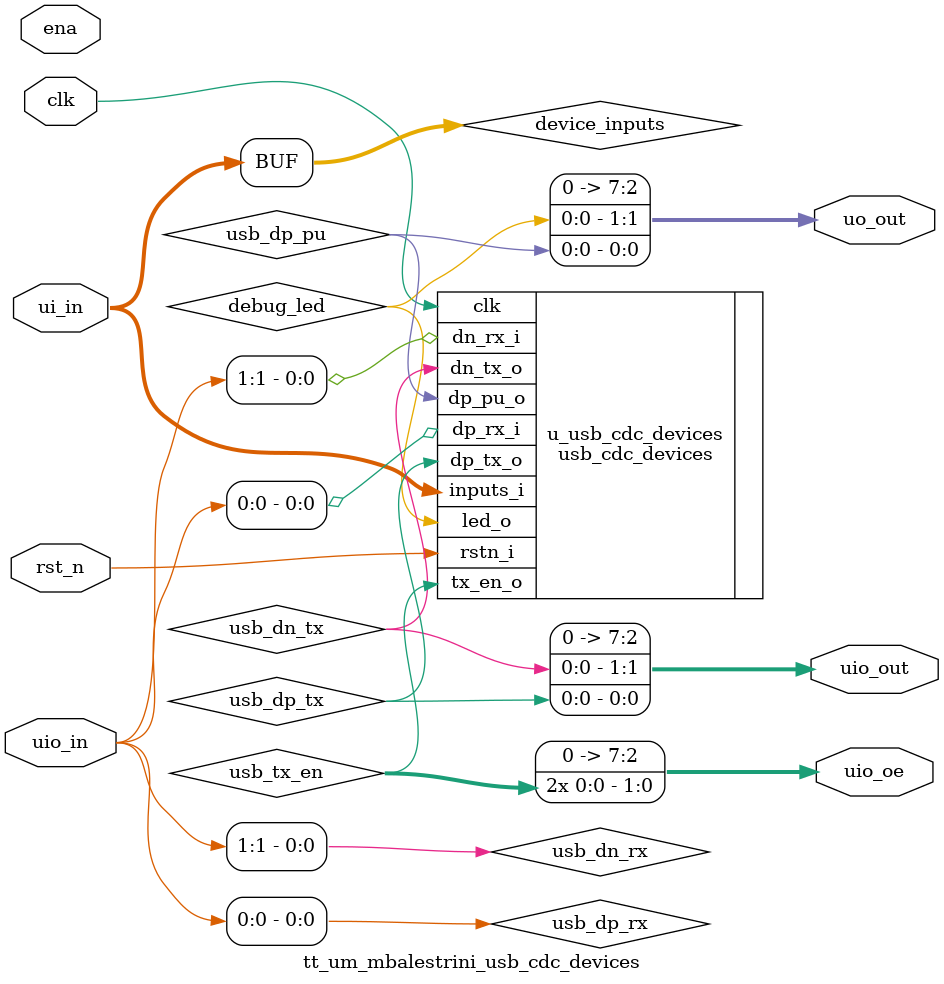
<source format=v>
/*
 * Copyright (c) 2024 Maximo Balestrini
 * SPDX-License-Identifier: Apache-2.0
 */

`default_nettype none

module tt_um_mbalestrini_usb_cdc_devices (
    input  wire [7:0] ui_in,    // Dedicated inputs
    output wire [7:0] uo_out,   // Dedicated outputs
    input  wire [7:0] uio_in,   // IOs: Input path
    output wire [7:0] uio_out,  // IOs: Output path
    output wire [7:0] uio_oe,   // IOs: Enable path (active high: 0=input, 1=output)
    input  wire       ena,      // will go high when the design is enabled
    input  wire       clk,      // clock
    input  wire       rst_n     // reset_n - low to reset
);

  wire usb_dp_pu; // USB 1.5kOhm Pullup EN
  wire usb_tx_en; // USB+- tristate control
  wire usb_dp_tx; // USB+
  wire usb_dp_rx; // USB+
  wire usb_dn_tx; // USB-
  wire usb_dn_rx; // USB-

  wire debug_led;
  wire [7:0] device_inputs;

  // All output pins must be assigned. If not used, assign to 0.

  // OUTPUT pins
  assign uo_out = {6'b000000, debug_led, usb_dp_pu};

  // BIDIR pins
  assign uio_oe = {6'b000000, usb_tx_en, usb_tx_en};
  assign uio_out = {6'b000000, usb_dn_tx, usb_dp_tx};
  assign usb_dp_rx = uio_in[0];
  assign usb_dn_rx = uio_in[1];
  
  // INPUT pins  
  assign device_inputs[7:0] = ui_in[7:0];

  usb_cdc_devices u_usb_cdc_devices (
    .clk(clk), 
    .rstn_i(rst_n),

    .dp_pu_o(usb_dp_pu), // USB 1.5kOhm Pullup EN

    .tx_en_o(usb_tx_en), // USB+- tristate control
    .dp_tx_o(usb_dp_tx), // USB+
    .dp_rx_i(usb_dp_rx),  // USB+
    .dn_tx_o(usb_dn_tx), // USB-
    .dn_rx_i(usb_dn_rx),   // USB-

    .led_o(debug_led), // User LED ON=1, OFF=0
    .inputs_i(device_inputs)
  );

endmodule

</source>
